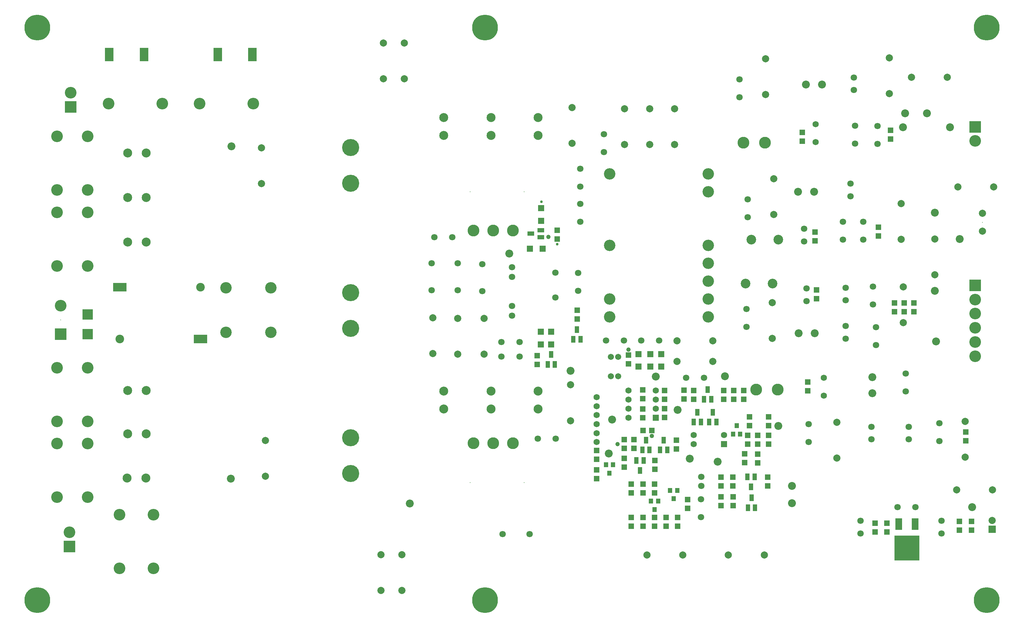
<source format=gbs>
G04*
G04 #@! TF.GenerationSoftware,Altium Limited,Altium Designer,20.0.13 (296)*
G04*
G04 Layer_Color=16711935*
%FSLAX24Y24*%
%MOIN*%
G70*
G01*
G75*
%ADD21C,0.1280*%
%ADD22R,0.1280X0.1280*%
%ADD23C,0.0710*%
%ADD24C,0.0867*%
%ADD25C,0.0789*%
%ADD26C,0.1064*%
%ADD27C,0.1300*%
%ADD28R,0.0680X0.0680*%
%ADD29C,0.0680*%
%ADD30R,0.0789X0.0789*%
%ADD31C,0.0080*%
%ADD32C,0.2836*%
%ADD33C,0.0671*%
%ADD34C,0.1880*%
%ADD35C,0.0986*%
%ADD36R,0.0946X0.1458*%
%ADD37C,0.1261*%
%ADD38C,0.0946*%
%ADD39R,0.1482X0.0946*%
%ADD40C,0.0480*%
%ADD41C,0.0300*%
%ADD80R,0.0513X0.0572*%
%ADD81R,0.0631X0.0611*%
%ADD82R,0.0513X0.0730*%
%ADD83R,0.0710X0.0671*%
%ADD84R,0.0611X0.0631*%
%ADD85R,0.0718X0.1261*%
%ADD86R,0.2722X0.2737*%
%ADD87R,0.0730X0.0513*%
%ADD88R,0.0671X0.0710*%
%ADD89R,0.1182X0.1182*%
D21*
X105050Y52491D02*
D03*
X105050Y33491D02*
D03*
Y35050D02*
D03*
Y28814D02*
D03*
Y30373D02*
D03*
Y31932D02*
D03*
X19797Y56600D02*
D03*
X25703D02*
D03*
X9797D02*
D03*
X15703D02*
D03*
X5650Y57800D02*
D03*
X4150Y53003D02*
D03*
Y47097D02*
D03*
X7500Y53003D02*
D03*
Y47097D02*
D03*
Y44653D02*
D03*
Y38747D02*
D03*
X4150Y44653D02*
D03*
Y38747D02*
D03*
X4550Y34359D02*
D03*
X14741Y5481D02*
D03*
Y11386D02*
D03*
X10991D02*
D03*
Y5481D02*
D03*
X7500Y27553D02*
D03*
Y21647D02*
D03*
X4150Y27553D02*
D03*
Y21647D02*
D03*
X7500Y19203D02*
D03*
Y13297D02*
D03*
X4150Y19203D02*
D03*
Y13297D02*
D03*
X5500Y9430D02*
D03*
D22*
X105050Y54050D02*
D03*
X105050Y36609D02*
D03*
X5650Y56241D02*
D03*
X4550Y31241D02*
D03*
X5500Y7870D02*
D03*
D23*
X90800Y36351D02*
D03*
Y34973D02*
D03*
X86500Y36262D02*
D03*
Y34884D02*
D03*
X86250Y42828D02*
D03*
Y41450D02*
D03*
X90800Y30755D02*
D03*
Y32133D02*
D03*
X79900Y32028D02*
D03*
Y33996D02*
D03*
X73281Y26450D02*
D03*
X75250D02*
D03*
X92450Y10689D02*
D03*
Y9311D02*
D03*
X96514Y12200D02*
D03*
X98483D02*
D03*
X101350Y10689D02*
D03*
Y9311D02*
D03*
X91700Y58100D02*
D03*
Y59478D02*
D03*
X79150Y59268D02*
D03*
Y57300D02*
D03*
X70300Y30550D02*
D03*
X68331D02*
D03*
X66436D02*
D03*
X64467D02*
D03*
X97750Y21039D02*
D03*
Y19661D02*
D03*
X93650Y21039D02*
D03*
Y19661D02*
D03*
X97400Y26900D02*
D03*
Y24931D02*
D03*
X86750Y19366D02*
D03*
Y21334D02*
D03*
X74900Y13086D02*
D03*
Y11117D02*
D03*
X56966Y19750D02*
D03*
X58934D02*
D03*
X56056Y9234D02*
D03*
X53103D02*
D03*
X45616Y41900D02*
D03*
X47584D02*
D03*
X58914Y38011D02*
D03*
X58914Y35256D02*
D03*
X54150Y37539D02*
D03*
Y38602D02*
D03*
Y34350D02*
D03*
Y33287D02*
D03*
X54956Y30384D02*
D03*
X52987D02*
D03*
X54956Y28784D02*
D03*
X52987D02*
D03*
X61650Y47464D02*
D03*
Y49433D02*
D03*
Y45586D02*
D03*
Y43617D02*
D03*
X74950Y14550D02*
D03*
Y15550D02*
D03*
X50869Y35974D02*
D03*
Y38926D02*
D03*
X48185Y36074D02*
D03*
Y39026D02*
D03*
X45300Y36074D02*
D03*
Y39026D02*
D03*
X64250Y53233D02*
D03*
Y51264D02*
D03*
X61400Y37984D02*
D03*
Y36016D02*
D03*
X94300Y52166D02*
D03*
Y54134D02*
D03*
X91850Y54184D02*
D03*
Y52216D02*
D03*
X80050Y44116D02*
D03*
Y46084D02*
D03*
X92753Y41628D02*
D03*
Y43596D02*
D03*
X90493D02*
D03*
Y41628D02*
D03*
X91350Y47789D02*
D03*
Y46411D02*
D03*
X94150Y31996D02*
D03*
Y30028D02*
D03*
X93800Y36481D02*
D03*
Y34512D02*
D03*
X101100Y19466D02*
D03*
Y21434D02*
D03*
D24*
X87336Y46900D02*
D03*
X85564D02*
D03*
X87396Y31336D02*
D03*
X85625D02*
D03*
X77550Y26600D02*
D03*
X72350Y22900D02*
D03*
X104700Y12200D02*
D03*
X99728Y55533D02*
D03*
X97345D02*
D03*
X102275Y53993D02*
D03*
X97113D02*
D03*
X88200Y58700D02*
D03*
X86428D02*
D03*
X69945Y26573D02*
D03*
X100600Y36000D02*
D03*
X100750Y30450D02*
D03*
X93739Y24725D02*
D03*
Y26497D02*
D03*
X83403Y21129D02*
D03*
X84900Y14550D02*
D03*
Y12650D02*
D03*
X76750Y17200D02*
D03*
X73656Y17550D02*
D03*
X65150Y21850D02*
D03*
X64772Y18121D02*
D03*
X42900Y12600D02*
D03*
X23231Y15342D02*
D03*
X53850Y40100D02*
D03*
X23300Y51900D02*
D03*
X60586Y27208D02*
D03*
X100600Y44600D02*
D03*
X103350Y41700D02*
D03*
D25*
X82750Y34712D02*
D03*
Y30775D02*
D03*
X76219Y30500D02*
D03*
X72281D02*
D03*
X106900Y10750D02*
D03*
X105837Y44534D02*
D03*
Y42566D02*
D03*
X101971Y59518D02*
D03*
X98034D02*
D03*
X95600Y61637D02*
D03*
Y57700D02*
D03*
X82000Y61550D02*
D03*
Y57613D02*
D03*
X103950Y21650D02*
D03*
Y17713D02*
D03*
X89850Y21550D02*
D03*
Y17613D02*
D03*
X60586Y21720D02*
D03*
Y25657D02*
D03*
X39750Y3031D02*
D03*
Y6969D02*
D03*
X42050D02*
D03*
Y3031D02*
D03*
X27035Y19546D02*
D03*
Y15609D02*
D03*
X48185Y32971D02*
D03*
Y29034D02*
D03*
X45433Y29113D02*
D03*
Y33050D02*
D03*
X72016Y56028D02*
D03*
Y52091D02*
D03*
X69266Y56028D02*
D03*
Y52091D02*
D03*
X66516Y56028D02*
D03*
Y52091D02*
D03*
X60750Y52250D02*
D03*
Y56187D02*
D03*
X26600Y47813D02*
D03*
Y51750D02*
D03*
X81857Y6934D02*
D03*
X77920D02*
D03*
X68981D02*
D03*
X72919D02*
D03*
X76219Y28250D02*
D03*
X72281D02*
D03*
X51069Y29048D02*
D03*
Y32985D02*
D03*
X40000Y59331D02*
D03*
Y63268D02*
D03*
X42300Y63268D02*
D03*
Y59331D02*
D03*
X106950Y14100D02*
D03*
X103013D02*
D03*
X103132Y47450D02*
D03*
X107069D02*
D03*
X82900Y44413D02*
D03*
Y48350D02*
D03*
X96900Y45600D02*
D03*
Y41663D02*
D03*
X100600Y41713D02*
D03*
Y37776D02*
D03*
X97150Y32512D02*
D03*
Y36449D02*
D03*
D26*
X79820Y36812D02*
D03*
X82773D02*
D03*
X83403Y41638D02*
D03*
X80450D02*
D03*
D27*
X80969Y25150D02*
D03*
X83331Y25150D02*
D03*
X79569Y52300D02*
D03*
X81931Y52300D02*
D03*
X54222Y19250D02*
D03*
X52057D02*
D03*
X49891D02*
D03*
X49891Y42640D02*
D03*
X52057D02*
D03*
X54222D02*
D03*
D28*
X77446Y19150D02*
D03*
X69950Y22050D02*
D03*
D29*
X77446Y20150D02*
D03*
X74100Y20150D02*
D03*
Y19150D02*
D03*
X87503Y54346D02*
D03*
Y52378D02*
D03*
X66950Y24050D02*
D03*
X69950Y24050D02*
D03*
X66950Y25050D02*
D03*
X69950Y25050D02*
D03*
X66950Y22050D02*
D03*
X66950Y23050D02*
D03*
X69950Y23050D02*
D03*
X88400Y24466D02*
D03*
Y26434D02*
D03*
X63450Y19366D02*
D03*
Y20350D02*
D03*
Y21334D02*
D03*
Y24300D02*
D03*
Y23316D02*
D03*
Y22332D02*
D03*
D30*
X106900Y9766D02*
D03*
D31*
X105837Y43550D02*
D03*
X4550Y32800D02*
D03*
X49551Y14909D02*
D03*
X55457D02*
D03*
X55457Y46890D02*
D03*
X49551D02*
D03*
D32*
X51181Y64961D02*
D03*
X106299D02*
D03*
Y1969D02*
D03*
X51181D02*
D03*
X1969D02*
D03*
Y64961D02*
D03*
D33*
X65794Y28750D02*
D03*
X65006D02*
D03*
X65794Y26600D02*
D03*
X65006D02*
D03*
D34*
X36400Y19850D02*
D03*
X36400Y15913D02*
D03*
X36400Y35819D02*
D03*
X36400Y31881D02*
D03*
X36400Y51787D02*
D03*
X36400Y47850D02*
D03*
D35*
X57000Y24969D02*
D03*
Y23000D02*
D03*
X51825Y24969D02*
D03*
Y23000D02*
D03*
X46650Y24969D02*
D03*
Y23000D02*
D03*
X57000Y55068D02*
D03*
Y53100D02*
D03*
X51825Y55068D02*
D03*
Y53100D02*
D03*
X46650Y55068D02*
D03*
Y53100D02*
D03*
X11900Y41356D02*
D03*
X13947D02*
D03*
X11900Y46261D02*
D03*
X13947D02*
D03*
X11900Y51165D02*
D03*
X13947D02*
D03*
X11900Y25050D02*
D03*
X13947D02*
D03*
X11853Y15400D02*
D03*
X13900D02*
D03*
X11900Y20263D02*
D03*
X13947D02*
D03*
D36*
X25619Y62000D02*
D03*
X21800D02*
D03*
X13690D02*
D03*
X9871D02*
D03*
D37*
X22709Y36354D02*
D03*
X27630Y36354D02*
D03*
Y31433D02*
D03*
X22709D02*
D03*
X75713Y41000D02*
D03*
Y35094D02*
D03*
X64887D02*
D03*
Y41000D02*
D03*
Y48874D02*
D03*
X75713D02*
D03*
Y46906D02*
D03*
Y39032D02*
D03*
Y37063D02*
D03*
Y33126D02*
D03*
X64887D02*
D03*
D38*
X11054Y30700D02*
D03*
X19912Y36405D02*
D03*
D39*
X19912Y30700D02*
D03*
X11054Y36405D02*
D03*
D40*
X58150Y41945D02*
D03*
X69513Y20039D02*
D03*
X66950Y29550D02*
D03*
X65750Y19150D02*
D03*
D41*
X59100Y41150D02*
D03*
X57366Y45810D02*
D03*
D80*
X64456Y16863D02*
D03*
X65244D02*
D03*
X64850Y15937D02*
D03*
X78429Y20233D02*
D03*
X78822Y21159D02*
D03*
X79216Y20233D02*
D03*
X69800Y11937D02*
D03*
X70194Y12863D02*
D03*
X69406D02*
D03*
X71900Y13122D02*
D03*
X72294Y14047D02*
D03*
X71506D02*
D03*
D81*
X81150Y19150D02*
D03*
Y20115D02*
D03*
X82333D02*
D03*
Y19150D02*
D03*
X82350Y21168D02*
D03*
Y22132D02*
D03*
X80250Y21168D02*
D03*
Y22132D02*
D03*
X80050Y20100D02*
D03*
Y19135D02*
D03*
X79700Y18065D02*
D03*
Y17100D02*
D03*
X81150Y17068D02*
D03*
Y18032D02*
D03*
X82250Y15500D02*
D03*
Y14535D02*
D03*
X77100Y15500D02*
D03*
Y14535D02*
D03*
X78400Y15500D02*
D03*
Y14535D02*
D03*
X77100Y13330D02*
D03*
Y12366D02*
D03*
X66950Y28950D02*
D03*
Y27985D02*
D03*
X68490Y23008D02*
D03*
Y22043D02*
D03*
X68490Y25093D02*
D03*
Y24129D02*
D03*
X70900Y25050D02*
D03*
Y24085D02*
D03*
X73030Y24092D02*
D03*
Y25056D02*
D03*
X74100Y25050D02*
D03*
Y24085D02*
D03*
X67550Y18685D02*
D03*
Y19650D02*
D03*
X66458Y19631D02*
D03*
Y18667D02*
D03*
X69850Y17350D02*
D03*
Y16385D02*
D03*
X66473Y16613D02*
D03*
Y17577D02*
D03*
X73450Y13050D02*
D03*
Y12085D02*
D03*
X72350Y10118D02*
D03*
Y11082D02*
D03*
X71075Y10118D02*
D03*
Y11082D02*
D03*
X69800Y10118D02*
D03*
Y11082D02*
D03*
Y14732D02*
D03*
Y13768D02*
D03*
X68525Y14732D02*
D03*
Y13768D02*
D03*
X103300Y9668D02*
D03*
Y10632D02*
D03*
X104650Y10632D02*
D03*
Y9668D02*
D03*
X95350Y9468D02*
D03*
Y10432D02*
D03*
X94050Y10432D02*
D03*
Y9468D02*
D03*
X77400Y25050D02*
D03*
Y24085D02*
D03*
X78500Y24085D02*
D03*
Y25050D02*
D03*
X79600Y24085D02*
D03*
Y25050D02*
D03*
X67250Y10118D02*
D03*
Y11082D02*
D03*
X86650Y25000D02*
D03*
Y25965D02*
D03*
X97239Y34679D02*
D03*
Y33714D02*
D03*
X96164Y34679D02*
D03*
Y33714D02*
D03*
X98314Y34679D02*
D03*
Y33714D02*
D03*
X87600Y35147D02*
D03*
Y36112D02*
D03*
X87450Y41500D02*
D03*
Y42465D02*
D03*
X86025Y52481D02*
D03*
Y53446D02*
D03*
X94400Y42035D02*
D03*
Y43000D02*
D03*
X61300Y32918D02*
D03*
Y33882D02*
D03*
X56900Y28882D02*
D03*
Y27918D02*
D03*
X63450Y17468D02*
D03*
Y18432D02*
D03*
Y15335D02*
D03*
Y16300D02*
D03*
X104000Y20465D02*
D03*
Y19500D02*
D03*
X70900Y22068D02*
D03*
Y23032D02*
D03*
X72194Y19571D02*
D03*
Y18606D02*
D03*
X78450Y13330D02*
D03*
Y12366D02*
D03*
X67250Y14732D02*
D03*
Y13768D02*
D03*
X68525Y10118D02*
D03*
Y11082D02*
D03*
X95750Y53682D02*
D03*
Y52718D02*
D03*
X59100Y42682D02*
D03*
Y41718D02*
D03*
D82*
X80015Y15531D02*
D03*
X80802D02*
D03*
X80408Y14448D02*
D03*
X80850Y12150D02*
D03*
X80063D02*
D03*
X80456Y13233D02*
D03*
X69250Y18500D02*
D03*
X68463D02*
D03*
X68856Y19583D02*
D03*
X68197Y16239D02*
D03*
X68591Y17322D02*
D03*
X67803D02*
D03*
X76211Y22647D02*
D03*
X76604Y21565D02*
D03*
X75817D02*
D03*
X74500Y22641D02*
D03*
X74894Y21559D02*
D03*
X74106D02*
D03*
X75647Y25148D02*
D03*
X76041Y24065D02*
D03*
X75254D02*
D03*
X61656Y30659D02*
D03*
X60869D02*
D03*
X61263Y31741D02*
D03*
X58450Y28991D02*
D03*
X58056Y27909D02*
D03*
X58844D02*
D03*
X71194Y18500D02*
D03*
X70406D02*
D03*
X70800Y19583D02*
D03*
D83*
X68050Y27672D02*
D03*
Y29050D02*
D03*
X69350Y27672D02*
D03*
Y29050D02*
D03*
X70550Y27672D02*
D03*
Y29050D02*
D03*
X57350Y45089D02*
D03*
Y43711D02*
D03*
X58450Y31489D02*
D03*
Y30111D02*
D03*
X57300D02*
D03*
Y31489D02*
D03*
D84*
X68527Y20650D02*
D03*
X69491D02*
D03*
D85*
X98450Y10329D02*
D03*
X96650D02*
D03*
D86*
X97550Y7709D02*
D03*
D87*
X56217Y42294D02*
D03*
X57300Y41900D02*
D03*
Y42687D02*
D03*
D88*
X57489Y40650D02*
D03*
X56111D02*
D03*
D89*
X7500Y33406D02*
D03*
Y31241D02*
D03*
M02*

</source>
